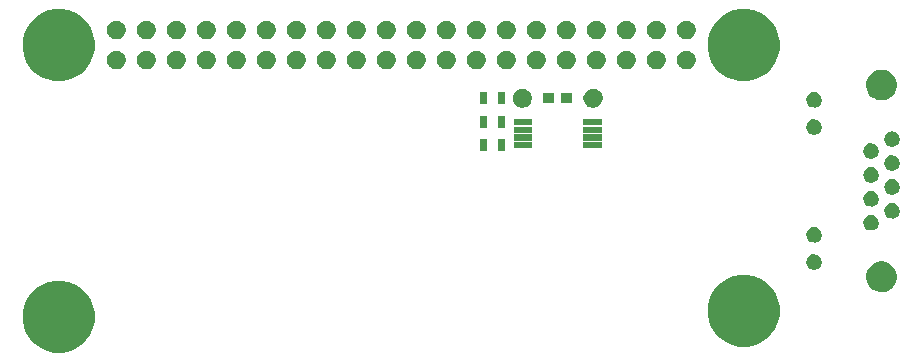
<source format=gbs>
G04 #@! TF.FileFunction,Soldermask,Bot*
%FSLAX46Y46*%
G04 Gerber Fmt 4.6, Leading zero omitted, Abs format (unit mm)*
G04 Created by KiCad (PCBNEW 4.0.2-stable) date Sunday, October 09, 2016 'PMt' 11:06:17 PM*
%MOMM*%
G01*
G04 APERTURE LIST*
%ADD10C,0.100000*%
G04 APERTURE END LIST*
D10*
G36*
X3820457Y-23451030D02*
X4406573Y-23571342D01*
X4958152Y-23803205D01*
X5454195Y-24137790D01*
X5875796Y-24562345D01*
X6206909Y-25060710D01*
X6434916Y-25613896D01*
X6551080Y-26200570D01*
X6551080Y-26200581D01*
X6551130Y-26200834D01*
X6541588Y-26884242D01*
X6541530Y-26884497D01*
X6541530Y-26884507D01*
X6409031Y-27467703D01*
X6165666Y-28014310D01*
X5820769Y-28503234D01*
X5387474Y-28915855D01*
X4882282Y-29236459D01*
X4324445Y-29452829D01*
X3735205Y-29556728D01*
X3136999Y-29544198D01*
X2552626Y-29415714D01*
X2004336Y-29176173D01*
X1513019Y-28834699D01*
X1097382Y-28404294D01*
X773257Y-27901352D01*
X552999Y-27345043D01*
X444988Y-26756533D01*
X453341Y-26158265D01*
X577742Y-25573005D01*
X813452Y-25023055D01*
X1151489Y-24529364D01*
X1578981Y-24110732D01*
X2079640Y-23783110D01*
X2634409Y-23558969D01*
X3222142Y-23446853D01*
X3820457Y-23451030D01*
X3820457Y-23451030D01*
G37*
G36*
X61820457Y-22951030D02*
X62406573Y-23071342D01*
X62958152Y-23303205D01*
X63454195Y-23637790D01*
X63875796Y-24062345D01*
X64206909Y-24560710D01*
X64434916Y-25113896D01*
X64551080Y-25700570D01*
X64551080Y-25700581D01*
X64551130Y-25700834D01*
X64541588Y-26384242D01*
X64541530Y-26384497D01*
X64541530Y-26384507D01*
X64409031Y-26967703D01*
X64165666Y-27514310D01*
X63820769Y-28003234D01*
X63387474Y-28415855D01*
X62882282Y-28736459D01*
X62324445Y-28952829D01*
X61735205Y-29056728D01*
X61136999Y-29044198D01*
X60552626Y-28915714D01*
X60004336Y-28676173D01*
X59513019Y-28334699D01*
X59097382Y-27904294D01*
X58773257Y-27401352D01*
X58552999Y-26845043D01*
X58444988Y-26256533D01*
X58453341Y-25658265D01*
X58577742Y-25073005D01*
X58813452Y-24523055D01*
X59151489Y-24029364D01*
X59578981Y-23610732D01*
X60079640Y-23283110D01*
X60634409Y-23058969D01*
X61222142Y-22946853D01*
X61820457Y-22951030D01*
X61820457Y-22951030D01*
G37*
G36*
X73303495Y-21820565D02*
X73553363Y-21871855D01*
X73788509Y-21970701D01*
X73999981Y-22113340D01*
X74179711Y-22294330D01*
X74320871Y-22506793D01*
X74418073Y-22742621D01*
X74467565Y-22992578D01*
X74467565Y-22992589D01*
X74467615Y-22992842D01*
X74463547Y-23284187D01*
X74463490Y-23284437D01*
X74463490Y-23284452D01*
X74407038Y-23532923D01*
X74303288Y-23765951D01*
X74156254Y-23974385D01*
X73971535Y-24150291D01*
X73756164Y-24286969D01*
X73518353Y-24379209D01*
X73267152Y-24423503D01*
X73012127Y-24418161D01*
X72763003Y-24363388D01*
X72529256Y-24261266D01*
X72319805Y-24115694D01*
X72142613Y-23932206D01*
X72004433Y-23717793D01*
X71910534Y-23480630D01*
X71864488Y-23229746D01*
X71868049Y-22974696D01*
X71921083Y-22725190D01*
X72021570Y-22490738D01*
X72165680Y-22280271D01*
X72347925Y-22101803D01*
X72561360Y-21962135D01*
X72797868Y-21866580D01*
X73048425Y-21818783D01*
X73303495Y-21820565D01*
X73303495Y-21820565D01*
G37*
G36*
X67525276Y-21210532D02*
X67650233Y-21236182D01*
X67767823Y-21285612D01*
X67873575Y-21356943D01*
X67963453Y-21447451D01*
X68034044Y-21553699D01*
X68082652Y-21671631D01*
X68107376Y-21796497D01*
X68107428Y-21796761D01*
X68105393Y-21942456D01*
X68105335Y-21942711D01*
X68105335Y-21942721D01*
X68077135Y-22066842D01*
X68025251Y-22183376D01*
X67951722Y-22287608D01*
X67859350Y-22375575D01*
X67751645Y-22443926D01*
X67632726Y-22490051D01*
X67507105Y-22512202D01*
X67379570Y-22509530D01*
X67254991Y-22482140D01*
X67138097Y-22431070D01*
X67033355Y-22358272D01*
X66944750Y-22266519D01*
X66875646Y-22159292D01*
X66828691Y-22040697D01*
X66805664Y-21915227D01*
X66807444Y-21787688D01*
X66833966Y-21662914D01*
X66884218Y-21545670D01*
X66956283Y-21440420D01*
X67047420Y-21351172D01*
X67154152Y-21281329D01*
X67272427Y-21233543D01*
X67397724Y-21209641D01*
X67525276Y-21210532D01*
X67525276Y-21210532D01*
G37*
G36*
X67525276Y-18919452D02*
X67650233Y-18945102D01*
X67767823Y-18994532D01*
X67873575Y-19065863D01*
X67963453Y-19156371D01*
X68034044Y-19262619D01*
X68082652Y-19380551D01*
X68107376Y-19505417D01*
X68107428Y-19505681D01*
X68105393Y-19651376D01*
X68105335Y-19651631D01*
X68105335Y-19651641D01*
X68077135Y-19775762D01*
X68025251Y-19892296D01*
X67951722Y-19996528D01*
X67859350Y-20084495D01*
X67751645Y-20152846D01*
X67632726Y-20198971D01*
X67507105Y-20221122D01*
X67379570Y-20218450D01*
X67254991Y-20191060D01*
X67138097Y-20139990D01*
X67033355Y-20067192D01*
X66944750Y-19975439D01*
X66875646Y-19868212D01*
X66828691Y-19749617D01*
X66805664Y-19624147D01*
X66807444Y-19496608D01*
X66833966Y-19371834D01*
X66884218Y-19254590D01*
X66956283Y-19149340D01*
X67047420Y-19060092D01*
X67154152Y-18990249D01*
X67272427Y-18942463D01*
X67397724Y-18918561D01*
X67525276Y-18919452D01*
X67525276Y-18919452D01*
G37*
G36*
X72343656Y-17900912D02*
X72468613Y-17926562D01*
X72586203Y-17975992D01*
X72691955Y-18047323D01*
X72781833Y-18137831D01*
X72852424Y-18244079D01*
X72901032Y-18362011D01*
X72925756Y-18486877D01*
X72925808Y-18487141D01*
X72923773Y-18632836D01*
X72923715Y-18633091D01*
X72923715Y-18633101D01*
X72895515Y-18757222D01*
X72843631Y-18873756D01*
X72770102Y-18977988D01*
X72677730Y-19065955D01*
X72570025Y-19134306D01*
X72451106Y-19180431D01*
X72325485Y-19202582D01*
X72197950Y-19199910D01*
X72073371Y-19172520D01*
X71956477Y-19121450D01*
X71851735Y-19048652D01*
X71763130Y-18956899D01*
X71694026Y-18849672D01*
X71647071Y-18731077D01*
X71624044Y-18605607D01*
X71625824Y-18478068D01*
X71652346Y-18353294D01*
X71702598Y-18236050D01*
X71774663Y-18130800D01*
X71865800Y-18041552D01*
X71972532Y-17971709D01*
X72090807Y-17923923D01*
X72216104Y-17900021D01*
X72343656Y-17900912D01*
X72343656Y-17900912D01*
G37*
G36*
X74124196Y-16887452D02*
X74249153Y-16913102D01*
X74366743Y-16962532D01*
X74472495Y-17033863D01*
X74562373Y-17124371D01*
X74632964Y-17230619D01*
X74681572Y-17348551D01*
X74706296Y-17473417D01*
X74706348Y-17473681D01*
X74704313Y-17619376D01*
X74704255Y-17619631D01*
X74704255Y-17619641D01*
X74676055Y-17743762D01*
X74624171Y-17860296D01*
X74550642Y-17964528D01*
X74458270Y-18052495D01*
X74350565Y-18120846D01*
X74231646Y-18166971D01*
X74106025Y-18189122D01*
X73978490Y-18186450D01*
X73853911Y-18159060D01*
X73737017Y-18107990D01*
X73632275Y-18035192D01*
X73543670Y-17943439D01*
X73474566Y-17836212D01*
X73427611Y-17717617D01*
X73404584Y-17592147D01*
X73406364Y-17464608D01*
X73432886Y-17339834D01*
X73483138Y-17222590D01*
X73555203Y-17117340D01*
X73646340Y-17028092D01*
X73753072Y-16958249D01*
X73871347Y-16910463D01*
X73996644Y-16886561D01*
X74124196Y-16887452D01*
X74124196Y-16887452D01*
G37*
G36*
X72343656Y-15871452D02*
X72468613Y-15897102D01*
X72586203Y-15946532D01*
X72691955Y-16017863D01*
X72781833Y-16108371D01*
X72852424Y-16214619D01*
X72901032Y-16332551D01*
X72925756Y-16457417D01*
X72925808Y-16457681D01*
X72923773Y-16603376D01*
X72923715Y-16603631D01*
X72923715Y-16603641D01*
X72895515Y-16727762D01*
X72843631Y-16844296D01*
X72770102Y-16948528D01*
X72677730Y-17036495D01*
X72570025Y-17104846D01*
X72451106Y-17150971D01*
X72325485Y-17173122D01*
X72197950Y-17170450D01*
X72073371Y-17143060D01*
X71956477Y-17091990D01*
X71851735Y-17019192D01*
X71763130Y-16927439D01*
X71694026Y-16820212D01*
X71647071Y-16701617D01*
X71624044Y-16576147D01*
X71625824Y-16448608D01*
X71652346Y-16323834D01*
X71702598Y-16206590D01*
X71774663Y-16101340D01*
X71865800Y-16012092D01*
X71972532Y-15942249D01*
X72090807Y-15894463D01*
X72216104Y-15870561D01*
X72343656Y-15871452D01*
X72343656Y-15871452D01*
G37*
G36*
X74124196Y-14857992D02*
X74249153Y-14883642D01*
X74366743Y-14933072D01*
X74472495Y-15004403D01*
X74562373Y-15094911D01*
X74632964Y-15201159D01*
X74681572Y-15319091D01*
X74706296Y-15443957D01*
X74706348Y-15444221D01*
X74704313Y-15589916D01*
X74704255Y-15590171D01*
X74704255Y-15590181D01*
X74676055Y-15714302D01*
X74624171Y-15830836D01*
X74550642Y-15935068D01*
X74458270Y-16023035D01*
X74350565Y-16091386D01*
X74231646Y-16137511D01*
X74106025Y-16159662D01*
X73978490Y-16156990D01*
X73853911Y-16129600D01*
X73737017Y-16078530D01*
X73632275Y-16005732D01*
X73543670Y-15913979D01*
X73474566Y-15806752D01*
X73427611Y-15688157D01*
X73404584Y-15562687D01*
X73406364Y-15435148D01*
X73432886Y-15310374D01*
X73483138Y-15193130D01*
X73555203Y-15087880D01*
X73646340Y-14998632D01*
X73753072Y-14928789D01*
X73871347Y-14881003D01*
X73996644Y-14857101D01*
X74124196Y-14857992D01*
X74124196Y-14857992D01*
G37*
G36*
X72343656Y-13841992D02*
X72468613Y-13867642D01*
X72586203Y-13917072D01*
X72691955Y-13988403D01*
X72781833Y-14078911D01*
X72852424Y-14185159D01*
X72901032Y-14303091D01*
X72925756Y-14427957D01*
X72925808Y-14428221D01*
X72923773Y-14573916D01*
X72923715Y-14574171D01*
X72923715Y-14574181D01*
X72895515Y-14698302D01*
X72843631Y-14814836D01*
X72770102Y-14919068D01*
X72677730Y-15007035D01*
X72570025Y-15075386D01*
X72451106Y-15121511D01*
X72325485Y-15143662D01*
X72197950Y-15140990D01*
X72073371Y-15113600D01*
X71956477Y-15062530D01*
X71851735Y-14989732D01*
X71763130Y-14897979D01*
X71694026Y-14790752D01*
X71647071Y-14672157D01*
X71624044Y-14546687D01*
X71625824Y-14419148D01*
X71652346Y-14294374D01*
X71702598Y-14177130D01*
X71774663Y-14071880D01*
X71865800Y-13982632D01*
X71972532Y-13912789D01*
X72090807Y-13865003D01*
X72216104Y-13841101D01*
X72343656Y-13841992D01*
X72343656Y-13841992D01*
G37*
G36*
X74124196Y-12828532D02*
X74249153Y-12854182D01*
X74366743Y-12903612D01*
X74472495Y-12974943D01*
X74562373Y-13065451D01*
X74632964Y-13171699D01*
X74681572Y-13289631D01*
X74706296Y-13414497D01*
X74706348Y-13414761D01*
X74704313Y-13560456D01*
X74704255Y-13560711D01*
X74704255Y-13560721D01*
X74676055Y-13684842D01*
X74624171Y-13801376D01*
X74550642Y-13905608D01*
X74458270Y-13993575D01*
X74350565Y-14061926D01*
X74231646Y-14108051D01*
X74106025Y-14130202D01*
X73978490Y-14127530D01*
X73853911Y-14100140D01*
X73737017Y-14049070D01*
X73632275Y-13976272D01*
X73543670Y-13884519D01*
X73474566Y-13777292D01*
X73427611Y-13658697D01*
X73404584Y-13533227D01*
X73406364Y-13405688D01*
X73432886Y-13280914D01*
X73483138Y-13163670D01*
X73555203Y-13058420D01*
X73646340Y-12969172D01*
X73753072Y-12899329D01*
X73871347Y-12851543D01*
X73996644Y-12827641D01*
X74124196Y-12828532D01*
X74124196Y-12828532D01*
G37*
G36*
X72343656Y-11812532D02*
X72468613Y-11838182D01*
X72586203Y-11887612D01*
X72691955Y-11958943D01*
X72781833Y-12049451D01*
X72852424Y-12155699D01*
X72901032Y-12273631D01*
X72925756Y-12398497D01*
X72925808Y-12398761D01*
X72923773Y-12544456D01*
X72923715Y-12544711D01*
X72923715Y-12544721D01*
X72895515Y-12668842D01*
X72843631Y-12785376D01*
X72770102Y-12889608D01*
X72677730Y-12977575D01*
X72570025Y-13045926D01*
X72451106Y-13092051D01*
X72325485Y-13114202D01*
X72197950Y-13111530D01*
X72073371Y-13084140D01*
X71956477Y-13033070D01*
X71851735Y-12960272D01*
X71763130Y-12868519D01*
X71694026Y-12761292D01*
X71647071Y-12642697D01*
X71624044Y-12517227D01*
X71625824Y-12389688D01*
X71652346Y-12264914D01*
X71702598Y-12147670D01*
X71774663Y-12042420D01*
X71865800Y-11953172D01*
X71972532Y-11883329D01*
X72090807Y-11835543D01*
X72216104Y-11811641D01*
X72343656Y-11812532D01*
X72343656Y-11812532D01*
G37*
G36*
X39801000Y-12501000D02*
X39199000Y-12501000D01*
X39199000Y-11499000D01*
X39801000Y-11499000D01*
X39801000Y-12501000D01*
X39801000Y-12501000D01*
G37*
G36*
X41301000Y-12501000D02*
X40699000Y-12501000D01*
X40699000Y-11499000D01*
X41301000Y-11499000D01*
X41301000Y-12501000D01*
X41301000Y-12501000D01*
G37*
G36*
X43576000Y-12251000D02*
X42024000Y-12251000D01*
X42024000Y-11699000D01*
X43576000Y-11699000D01*
X43576000Y-12251000D01*
X43576000Y-12251000D01*
G37*
G36*
X49476000Y-12251000D02*
X47924000Y-12251000D01*
X47924000Y-11699000D01*
X49476000Y-11699000D01*
X49476000Y-12251000D01*
X49476000Y-12251000D01*
G37*
G36*
X74124196Y-10799072D02*
X74249153Y-10824722D01*
X74366743Y-10874152D01*
X74472495Y-10945483D01*
X74562373Y-11035991D01*
X74632964Y-11142239D01*
X74681572Y-11260171D01*
X74706296Y-11385037D01*
X74706348Y-11385301D01*
X74704313Y-11530996D01*
X74704255Y-11531251D01*
X74704255Y-11531261D01*
X74676055Y-11655382D01*
X74624171Y-11771916D01*
X74550642Y-11876148D01*
X74458270Y-11964115D01*
X74350565Y-12032466D01*
X74231646Y-12078591D01*
X74106025Y-12100742D01*
X73978490Y-12098070D01*
X73853911Y-12070680D01*
X73737017Y-12019610D01*
X73632275Y-11946812D01*
X73543670Y-11855059D01*
X73474566Y-11747832D01*
X73427611Y-11629237D01*
X73404584Y-11503767D01*
X73406364Y-11376228D01*
X73432886Y-11251454D01*
X73483138Y-11134210D01*
X73555203Y-11028960D01*
X73646340Y-10939712D01*
X73753072Y-10869869D01*
X73871347Y-10822083D01*
X73996644Y-10798181D01*
X74124196Y-10799072D01*
X74124196Y-10799072D01*
G37*
G36*
X43576000Y-11601000D02*
X42024000Y-11601000D01*
X42024000Y-11049000D01*
X43576000Y-11049000D01*
X43576000Y-11601000D01*
X43576000Y-11601000D01*
G37*
G36*
X49476000Y-11601000D02*
X47924000Y-11601000D01*
X47924000Y-11049000D01*
X49476000Y-11049000D01*
X49476000Y-11601000D01*
X49476000Y-11601000D01*
G37*
G36*
X67525276Y-9780532D02*
X67650233Y-9806182D01*
X67767823Y-9855612D01*
X67873575Y-9926943D01*
X67963453Y-10017451D01*
X68034044Y-10123699D01*
X68082652Y-10241631D01*
X68107376Y-10366497D01*
X68107428Y-10366761D01*
X68105393Y-10512456D01*
X68105335Y-10512711D01*
X68105335Y-10512721D01*
X68077135Y-10636842D01*
X68025251Y-10753376D01*
X67951722Y-10857608D01*
X67859350Y-10945575D01*
X67751645Y-11013926D01*
X67632726Y-11060051D01*
X67507105Y-11082202D01*
X67379570Y-11079530D01*
X67254991Y-11052140D01*
X67138097Y-11001070D01*
X67033355Y-10928272D01*
X66944750Y-10836519D01*
X66875646Y-10729292D01*
X66828691Y-10610697D01*
X66805664Y-10485227D01*
X66807444Y-10357688D01*
X66833966Y-10232914D01*
X66884218Y-10115670D01*
X66956283Y-10010420D01*
X67047420Y-9921172D01*
X67154152Y-9851329D01*
X67272427Y-9803543D01*
X67397724Y-9779641D01*
X67525276Y-9780532D01*
X67525276Y-9780532D01*
G37*
G36*
X49476000Y-10951000D02*
X47924000Y-10951000D01*
X47924000Y-10399000D01*
X49476000Y-10399000D01*
X49476000Y-10951000D01*
X49476000Y-10951000D01*
G37*
G36*
X43576000Y-10951000D02*
X42024000Y-10951000D01*
X42024000Y-10399000D01*
X43576000Y-10399000D01*
X43576000Y-10951000D01*
X43576000Y-10951000D01*
G37*
G36*
X41301000Y-10501000D02*
X40699000Y-10501000D01*
X40699000Y-9499000D01*
X41301000Y-9499000D01*
X41301000Y-10501000D01*
X41301000Y-10501000D01*
G37*
G36*
X39801000Y-10501000D02*
X39199000Y-10501000D01*
X39199000Y-9499000D01*
X39801000Y-9499000D01*
X39801000Y-10501000D01*
X39801000Y-10501000D01*
G37*
G36*
X43576000Y-10301000D02*
X42024000Y-10301000D01*
X42024000Y-9749000D01*
X43576000Y-9749000D01*
X43576000Y-10301000D01*
X43576000Y-10301000D01*
G37*
G36*
X49476000Y-10301000D02*
X47924000Y-10301000D01*
X47924000Y-9749000D01*
X49476000Y-9749000D01*
X49476000Y-10301000D01*
X49476000Y-10301000D01*
G37*
G36*
X42835391Y-7187540D02*
X42991576Y-7219600D01*
X43138555Y-7281384D01*
X43270734Y-7370540D01*
X43383080Y-7483674D01*
X43471311Y-7616472D01*
X43532068Y-7763878D01*
X43562983Y-7920017D01*
X43563035Y-7920281D01*
X43560492Y-8102389D01*
X43560434Y-8102644D01*
X43560434Y-8102654D01*
X43525171Y-8257863D01*
X43460320Y-8403520D01*
X43368416Y-8533803D01*
X43252956Y-8643754D01*
X43118336Y-8729186D01*
X42969690Y-8786841D01*
X42812677Y-8814527D01*
X42653269Y-8811188D01*
X42497552Y-8776951D01*
X42351452Y-8713122D01*
X42220528Y-8622127D01*
X42109774Y-8507438D01*
X42023403Y-8373417D01*
X41964712Y-8225182D01*
X41935930Y-8068355D01*
X41938155Y-7908940D01*
X41971305Y-7752983D01*
X42034115Y-7606437D01*
X42124192Y-7474883D01*
X42238106Y-7363330D01*
X42371514Y-7276030D01*
X42519347Y-7216302D01*
X42675959Y-7186426D01*
X42835391Y-7187540D01*
X42835391Y-7187540D01*
G37*
G36*
X48835391Y-7187540D02*
X48991576Y-7219600D01*
X49138555Y-7281384D01*
X49270734Y-7370540D01*
X49383080Y-7483674D01*
X49471311Y-7616472D01*
X49532068Y-7763878D01*
X49562983Y-7920017D01*
X49563035Y-7920281D01*
X49560492Y-8102389D01*
X49560434Y-8102644D01*
X49560434Y-8102654D01*
X49525171Y-8257863D01*
X49460320Y-8403520D01*
X49368416Y-8533803D01*
X49252956Y-8643754D01*
X49118336Y-8729186D01*
X48969690Y-8786841D01*
X48812677Y-8814527D01*
X48653269Y-8811188D01*
X48497552Y-8776951D01*
X48351452Y-8713122D01*
X48220528Y-8622127D01*
X48109774Y-8507438D01*
X48023403Y-8373417D01*
X47964712Y-8225182D01*
X47935930Y-8068355D01*
X47938155Y-7908940D01*
X47971305Y-7752983D01*
X48034115Y-7606437D01*
X48124192Y-7474883D01*
X48238106Y-7363330D01*
X48371514Y-7276030D01*
X48519347Y-7216302D01*
X48675959Y-7186426D01*
X48835391Y-7187540D01*
X48835391Y-7187540D01*
G37*
G36*
X67525276Y-7489452D02*
X67650233Y-7515102D01*
X67767823Y-7564532D01*
X67873575Y-7635863D01*
X67963453Y-7726371D01*
X68034044Y-7832619D01*
X68082652Y-7950551D01*
X68105978Y-8068359D01*
X68107428Y-8075681D01*
X68105393Y-8221376D01*
X68105335Y-8221631D01*
X68105335Y-8221641D01*
X68077135Y-8345762D01*
X68025251Y-8462296D01*
X67951722Y-8566528D01*
X67859350Y-8654495D01*
X67751645Y-8722846D01*
X67632726Y-8768971D01*
X67507105Y-8791122D01*
X67379570Y-8788450D01*
X67254991Y-8761060D01*
X67138097Y-8709990D01*
X67033355Y-8637192D01*
X66944750Y-8545439D01*
X66875646Y-8438212D01*
X66828691Y-8319617D01*
X66805664Y-8194147D01*
X66807444Y-8066608D01*
X66833966Y-7941834D01*
X66884218Y-7824590D01*
X66956283Y-7719340D01*
X67047420Y-7630092D01*
X67154152Y-7560249D01*
X67272427Y-7512463D01*
X67397724Y-7488561D01*
X67525276Y-7489452D01*
X67525276Y-7489452D01*
G37*
G36*
X39801000Y-8501000D02*
X39199000Y-8501000D01*
X39199000Y-7499000D01*
X39801000Y-7499000D01*
X39801000Y-8501000D01*
X39801000Y-8501000D01*
G37*
G36*
X41301000Y-8501000D02*
X40699000Y-8501000D01*
X40699000Y-7499000D01*
X41301000Y-7499000D01*
X41301000Y-8501000D01*
X41301000Y-8501000D01*
G37*
G36*
X46951000Y-8426000D02*
X46049000Y-8426000D01*
X46049000Y-7574000D01*
X46951000Y-7574000D01*
X46951000Y-8426000D01*
X46951000Y-8426000D01*
G37*
G36*
X45451000Y-8426000D02*
X44549000Y-8426000D01*
X44549000Y-7574000D01*
X45451000Y-7574000D01*
X45451000Y-8426000D01*
X45451000Y-8426000D01*
G37*
G36*
X73303495Y-5579805D02*
X73553363Y-5631095D01*
X73788509Y-5729941D01*
X73999981Y-5872580D01*
X74179711Y-6053570D01*
X74320871Y-6266033D01*
X74418073Y-6501861D01*
X74467565Y-6751818D01*
X74467565Y-6751829D01*
X74467615Y-6752082D01*
X74463547Y-7043427D01*
X74463490Y-7043677D01*
X74463490Y-7043692D01*
X74407038Y-7292163D01*
X74303288Y-7525191D01*
X74156254Y-7733625D01*
X73971535Y-7909531D01*
X73756164Y-8046209D01*
X73518353Y-8138449D01*
X73267152Y-8182743D01*
X73012127Y-8177401D01*
X72763003Y-8122628D01*
X72529256Y-8020506D01*
X72319805Y-7874934D01*
X72142613Y-7691446D01*
X72004433Y-7477033D01*
X71910534Y-7239870D01*
X71864488Y-6988986D01*
X71868049Y-6733936D01*
X71921083Y-6484430D01*
X72021570Y-6249978D01*
X72165680Y-6039511D01*
X72347925Y-5861043D01*
X72561360Y-5721375D01*
X72797868Y-5625820D01*
X73048425Y-5578023D01*
X73303495Y-5579805D01*
X73303495Y-5579805D01*
G37*
G36*
X3820457Y-451030D02*
X4406573Y-571342D01*
X4958152Y-803205D01*
X5454195Y-1137790D01*
X5875796Y-1562345D01*
X6206909Y-2060710D01*
X6434916Y-2613896D01*
X6551080Y-3200570D01*
X6551080Y-3200581D01*
X6551130Y-3200834D01*
X6541588Y-3884242D01*
X6541530Y-3884497D01*
X6541530Y-3884507D01*
X6409031Y-4467703D01*
X6165666Y-5014310D01*
X5820769Y-5503234D01*
X5387474Y-5915855D01*
X4882282Y-6236459D01*
X4324445Y-6452829D01*
X3735205Y-6556728D01*
X3136999Y-6544198D01*
X2552626Y-6415714D01*
X2004336Y-6176173D01*
X1513019Y-5834699D01*
X1097382Y-5404294D01*
X773257Y-4901352D01*
X552999Y-4345043D01*
X444988Y-3756533D01*
X453341Y-3158265D01*
X577742Y-2573005D01*
X813452Y-2023055D01*
X1151489Y-1529364D01*
X1578981Y-1110732D01*
X2079640Y-783110D01*
X2634409Y-558969D01*
X3222142Y-446853D01*
X3820457Y-451030D01*
X3820457Y-451030D01*
G37*
G36*
X61820457Y-451030D02*
X62406573Y-571342D01*
X62958152Y-803205D01*
X63454195Y-1137790D01*
X63875796Y-1562345D01*
X64206909Y-2060710D01*
X64434916Y-2613896D01*
X64551080Y-3200570D01*
X64551080Y-3200581D01*
X64551130Y-3200834D01*
X64541588Y-3884242D01*
X64541530Y-3884497D01*
X64541530Y-3884507D01*
X64409031Y-4467703D01*
X64165666Y-5014310D01*
X63820769Y-5503234D01*
X63387474Y-5915855D01*
X62882282Y-6236459D01*
X62324445Y-6452829D01*
X61735205Y-6556728D01*
X61136999Y-6544198D01*
X60552626Y-6415714D01*
X60004336Y-6176173D01*
X59513019Y-5834699D01*
X59097382Y-5404294D01*
X58773257Y-4901352D01*
X58552999Y-4345043D01*
X58444988Y-3756533D01*
X58453341Y-3158265D01*
X58577742Y-2573005D01*
X58813452Y-2023055D01*
X59151489Y-1529364D01*
X59578981Y-1110732D01*
X60079640Y-783110D01*
X60634409Y-558969D01*
X61222142Y-446853D01*
X61820457Y-451030D01*
X61820457Y-451030D01*
G37*
G36*
X33854131Y-3969532D02*
X34008009Y-4001118D01*
X34152820Y-4061991D01*
X34283048Y-4149831D01*
X34393735Y-4261294D01*
X34480665Y-4392134D01*
X34540524Y-4537364D01*
X34570983Y-4691194D01*
X34571035Y-4691458D01*
X34568529Y-4870878D01*
X34568470Y-4871137D01*
X34568470Y-4871143D01*
X34533729Y-5024061D01*
X34469839Y-5167560D01*
X34379288Y-5295924D01*
X34265533Y-5404252D01*
X34132899Y-5488423D01*
X33986449Y-5545227D01*
X33831751Y-5572505D01*
X33674697Y-5569215D01*
X33521278Y-5535483D01*
X33377334Y-5472596D01*
X33248343Y-5382945D01*
X33139224Y-5269949D01*
X33054127Y-5137905D01*
X32996301Y-4991853D01*
X32967945Y-4837351D01*
X32970138Y-4680284D01*
X33002799Y-4526629D01*
X33064682Y-4382246D01*
X33153429Y-4252634D01*
X33265662Y-4142727D01*
X33397100Y-4056716D01*
X33542751Y-3997869D01*
X33697052Y-3968435D01*
X33854131Y-3969532D01*
X33854131Y-3969532D01*
G37*
G36*
X36394131Y-3969532D02*
X36548009Y-4001118D01*
X36692820Y-4061991D01*
X36823048Y-4149831D01*
X36933735Y-4261294D01*
X37020665Y-4392134D01*
X37080524Y-4537364D01*
X37110983Y-4691194D01*
X37111035Y-4691458D01*
X37108529Y-4870878D01*
X37108470Y-4871137D01*
X37108470Y-4871143D01*
X37073729Y-5024061D01*
X37009839Y-5167560D01*
X36919288Y-5295924D01*
X36805533Y-5404252D01*
X36672899Y-5488423D01*
X36526449Y-5545227D01*
X36371751Y-5572505D01*
X36214697Y-5569215D01*
X36061278Y-5535483D01*
X35917334Y-5472596D01*
X35788343Y-5382945D01*
X35679224Y-5269949D01*
X35594127Y-5137905D01*
X35536301Y-4991853D01*
X35507945Y-4837351D01*
X35510138Y-4680284D01*
X35542799Y-4526629D01*
X35604682Y-4382246D01*
X35693429Y-4252634D01*
X35805662Y-4142727D01*
X35937100Y-4056716D01*
X36082751Y-3997869D01*
X36237052Y-3968435D01*
X36394131Y-3969532D01*
X36394131Y-3969532D01*
G37*
G36*
X38934131Y-3969532D02*
X39088009Y-4001118D01*
X39232820Y-4061991D01*
X39363048Y-4149831D01*
X39473735Y-4261294D01*
X39560665Y-4392134D01*
X39620524Y-4537364D01*
X39650983Y-4691194D01*
X39651035Y-4691458D01*
X39648529Y-4870878D01*
X39648470Y-4871137D01*
X39648470Y-4871143D01*
X39613729Y-5024061D01*
X39549839Y-5167560D01*
X39459288Y-5295924D01*
X39345533Y-5404252D01*
X39212899Y-5488423D01*
X39066449Y-5545227D01*
X38911751Y-5572505D01*
X38754697Y-5569215D01*
X38601278Y-5535483D01*
X38457334Y-5472596D01*
X38328343Y-5382945D01*
X38219224Y-5269949D01*
X38134127Y-5137905D01*
X38076301Y-4991853D01*
X38047945Y-4837351D01*
X38050138Y-4680284D01*
X38082799Y-4526629D01*
X38144682Y-4382246D01*
X38233429Y-4252634D01*
X38345662Y-4142727D01*
X38477100Y-4056716D01*
X38622751Y-3997869D01*
X38777052Y-3968435D01*
X38934131Y-3969532D01*
X38934131Y-3969532D01*
G37*
G36*
X8454131Y-3969532D02*
X8608009Y-4001118D01*
X8752820Y-4061991D01*
X8883048Y-4149831D01*
X8993735Y-4261294D01*
X9080665Y-4392134D01*
X9140524Y-4537364D01*
X9170983Y-4691194D01*
X9171035Y-4691458D01*
X9168529Y-4870878D01*
X9168470Y-4871137D01*
X9168470Y-4871143D01*
X9133729Y-5024061D01*
X9069839Y-5167560D01*
X8979288Y-5295924D01*
X8865533Y-5404252D01*
X8732899Y-5488423D01*
X8586449Y-5545227D01*
X8431751Y-5572505D01*
X8274697Y-5569215D01*
X8121278Y-5535483D01*
X7977334Y-5472596D01*
X7848343Y-5382945D01*
X7739224Y-5269949D01*
X7654127Y-5137905D01*
X7596301Y-4991853D01*
X7567945Y-4837351D01*
X7570138Y-4680284D01*
X7602799Y-4526629D01*
X7664682Y-4382246D01*
X7753429Y-4252634D01*
X7865662Y-4142727D01*
X7997100Y-4056716D01*
X8142751Y-3997869D01*
X8297052Y-3968435D01*
X8454131Y-3969532D01*
X8454131Y-3969532D01*
G37*
G36*
X10994131Y-3969532D02*
X11148009Y-4001118D01*
X11292820Y-4061991D01*
X11423048Y-4149831D01*
X11533735Y-4261294D01*
X11620665Y-4392134D01*
X11680524Y-4537364D01*
X11710983Y-4691194D01*
X11711035Y-4691458D01*
X11708529Y-4870878D01*
X11708470Y-4871137D01*
X11708470Y-4871143D01*
X11673729Y-5024061D01*
X11609839Y-5167560D01*
X11519288Y-5295924D01*
X11405533Y-5404252D01*
X11272899Y-5488423D01*
X11126449Y-5545227D01*
X10971751Y-5572505D01*
X10814697Y-5569215D01*
X10661278Y-5535483D01*
X10517334Y-5472596D01*
X10388343Y-5382945D01*
X10279224Y-5269949D01*
X10194127Y-5137905D01*
X10136301Y-4991853D01*
X10107945Y-4837351D01*
X10110138Y-4680284D01*
X10142799Y-4526629D01*
X10204682Y-4382246D01*
X10293429Y-4252634D01*
X10405662Y-4142727D01*
X10537100Y-4056716D01*
X10682751Y-3997869D01*
X10837052Y-3968435D01*
X10994131Y-3969532D01*
X10994131Y-3969532D01*
G37*
G36*
X13534131Y-3969532D02*
X13688009Y-4001118D01*
X13832820Y-4061991D01*
X13963048Y-4149831D01*
X14073735Y-4261294D01*
X14160665Y-4392134D01*
X14220524Y-4537364D01*
X14250983Y-4691194D01*
X14251035Y-4691458D01*
X14248529Y-4870878D01*
X14248470Y-4871137D01*
X14248470Y-4871143D01*
X14213729Y-5024061D01*
X14149839Y-5167560D01*
X14059288Y-5295924D01*
X13945533Y-5404252D01*
X13812899Y-5488423D01*
X13666449Y-5545227D01*
X13511751Y-5572505D01*
X13354697Y-5569215D01*
X13201278Y-5535483D01*
X13057334Y-5472596D01*
X12928343Y-5382945D01*
X12819224Y-5269949D01*
X12734127Y-5137905D01*
X12676301Y-4991853D01*
X12647945Y-4837351D01*
X12650138Y-4680284D01*
X12682799Y-4526629D01*
X12744682Y-4382246D01*
X12833429Y-4252634D01*
X12945662Y-4142727D01*
X13077100Y-4056716D01*
X13222751Y-3997869D01*
X13377052Y-3968435D01*
X13534131Y-3969532D01*
X13534131Y-3969532D01*
G37*
G36*
X16074131Y-3969532D02*
X16228009Y-4001118D01*
X16372820Y-4061991D01*
X16503048Y-4149831D01*
X16613735Y-4261294D01*
X16700665Y-4392134D01*
X16760524Y-4537364D01*
X16790983Y-4691194D01*
X16791035Y-4691458D01*
X16788529Y-4870878D01*
X16788470Y-4871137D01*
X16788470Y-4871143D01*
X16753729Y-5024061D01*
X16689839Y-5167560D01*
X16599288Y-5295924D01*
X16485533Y-5404252D01*
X16352899Y-5488423D01*
X16206449Y-5545227D01*
X16051751Y-5572505D01*
X15894697Y-5569215D01*
X15741278Y-5535483D01*
X15597334Y-5472596D01*
X15468343Y-5382945D01*
X15359224Y-5269949D01*
X15274127Y-5137905D01*
X15216301Y-4991853D01*
X15187945Y-4837351D01*
X15190138Y-4680284D01*
X15222799Y-4526629D01*
X15284682Y-4382246D01*
X15373429Y-4252634D01*
X15485662Y-4142727D01*
X15617100Y-4056716D01*
X15762751Y-3997869D01*
X15917052Y-3968435D01*
X16074131Y-3969532D01*
X16074131Y-3969532D01*
G37*
G36*
X18614131Y-3969532D02*
X18768009Y-4001118D01*
X18912820Y-4061991D01*
X19043048Y-4149831D01*
X19153735Y-4261294D01*
X19240665Y-4392134D01*
X19300524Y-4537364D01*
X19330983Y-4691194D01*
X19331035Y-4691458D01*
X19328529Y-4870878D01*
X19328470Y-4871137D01*
X19328470Y-4871143D01*
X19293729Y-5024061D01*
X19229839Y-5167560D01*
X19139288Y-5295924D01*
X19025533Y-5404252D01*
X18892899Y-5488423D01*
X18746449Y-5545227D01*
X18591751Y-5572505D01*
X18434697Y-5569215D01*
X18281278Y-5535483D01*
X18137334Y-5472596D01*
X18008343Y-5382945D01*
X17899224Y-5269949D01*
X17814127Y-5137905D01*
X17756301Y-4991853D01*
X17727945Y-4837351D01*
X17730138Y-4680284D01*
X17762799Y-4526629D01*
X17824682Y-4382246D01*
X17913429Y-4252634D01*
X18025662Y-4142727D01*
X18157100Y-4056716D01*
X18302751Y-3997869D01*
X18457052Y-3968435D01*
X18614131Y-3969532D01*
X18614131Y-3969532D01*
G37*
G36*
X21154131Y-3969532D02*
X21308009Y-4001118D01*
X21452820Y-4061991D01*
X21583048Y-4149831D01*
X21693735Y-4261294D01*
X21780665Y-4392134D01*
X21840524Y-4537364D01*
X21870983Y-4691194D01*
X21871035Y-4691458D01*
X21868529Y-4870878D01*
X21868470Y-4871137D01*
X21868470Y-4871143D01*
X21833729Y-5024061D01*
X21769839Y-5167560D01*
X21679288Y-5295924D01*
X21565533Y-5404252D01*
X21432899Y-5488423D01*
X21286449Y-5545227D01*
X21131751Y-5572505D01*
X20974697Y-5569215D01*
X20821278Y-5535483D01*
X20677334Y-5472596D01*
X20548343Y-5382945D01*
X20439224Y-5269949D01*
X20354127Y-5137905D01*
X20296301Y-4991853D01*
X20267945Y-4837351D01*
X20270138Y-4680284D01*
X20302799Y-4526629D01*
X20364682Y-4382246D01*
X20453429Y-4252634D01*
X20565662Y-4142727D01*
X20697100Y-4056716D01*
X20842751Y-3997869D01*
X20997052Y-3968435D01*
X21154131Y-3969532D01*
X21154131Y-3969532D01*
G37*
G36*
X23694131Y-3969532D02*
X23848009Y-4001118D01*
X23992820Y-4061991D01*
X24123048Y-4149831D01*
X24233735Y-4261294D01*
X24320665Y-4392134D01*
X24380524Y-4537364D01*
X24410983Y-4691194D01*
X24411035Y-4691458D01*
X24408529Y-4870878D01*
X24408470Y-4871137D01*
X24408470Y-4871143D01*
X24373729Y-5024061D01*
X24309839Y-5167560D01*
X24219288Y-5295924D01*
X24105533Y-5404252D01*
X23972899Y-5488423D01*
X23826449Y-5545227D01*
X23671751Y-5572505D01*
X23514697Y-5569215D01*
X23361278Y-5535483D01*
X23217334Y-5472596D01*
X23088343Y-5382945D01*
X22979224Y-5269949D01*
X22894127Y-5137905D01*
X22836301Y-4991853D01*
X22807945Y-4837351D01*
X22810138Y-4680284D01*
X22842799Y-4526629D01*
X22904682Y-4382246D01*
X22993429Y-4252634D01*
X23105662Y-4142727D01*
X23237100Y-4056716D01*
X23382751Y-3997869D01*
X23537052Y-3968435D01*
X23694131Y-3969532D01*
X23694131Y-3969532D01*
G37*
G36*
X26234131Y-3969532D02*
X26388009Y-4001118D01*
X26532820Y-4061991D01*
X26663048Y-4149831D01*
X26773735Y-4261294D01*
X26860665Y-4392134D01*
X26920524Y-4537364D01*
X26950983Y-4691194D01*
X26951035Y-4691458D01*
X26948529Y-4870878D01*
X26948470Y-4871137D01*
X26948470Y-4871143D01*
X26913729Y-5024061D01*
X26849839Y-5167560D01*
X26759288Y-5295924D01*
X26645533Y-5404252D01*
X26512899Y-5488423D01*
X26366449Y-5545227D01*
X26211751Y-5572505D01*
X26054697Y-5569215D01*
X25901278Y-5535483D01*
X25757334Y-5472596D01*
X25628343Y-5382945D01*
X25519224Y-5269949D01*
X25434127Y-5137905D01*
X25376301Y-4991853D01*
X25347945Y-4837351D01*
X25350138Y-4680284D01*
X25382799Y-4526629D01*
X25444682Y-4382246D01*
X25533429Y-4252634D01*
X25645662Y-4142727D01*
X25777100Y-4056716D01*
X25922751Y-3997869D01*
X26077052Y-3968435D01*
X26234131Y-3969532D01*
X26234131Y-3969532D01*
G37*
G36*
X28774131Y-3969532D02*
X28928009Y-4001118D01*
X29072820Y-4061991D01*
X29203048Y-4149831D01*
X29313735Y-4261294D01*
X29400665Y-4392134D01*
X29460524Y-4537364D01*
X29490983Y-4691194D01*
X29491035Y-4691458D01*
X29488529Y-4870878D01*
X29488470Y-4871137D01*
X29488470Y-4871143D01*
X29453729Y-5024061D01*
X29389839Y-5167560D01*
X29299288Y-5295924D01*
X29185533Y-5404252D01*
X29052899Y-5488423D01*
X28906449Y-5545227D01*
X28751751Y-5572505D01*
X28594697Y-5569215D01*
X28441278Y-5535483D01*
X28297334Y-5472596D01*
X28168343Y-5382945D01*
X28059224Y-5269949D01*
X27974127Y-5137905D01*
X27916301Y-4991853D01*
X27887945Y-4837351D01*
X27890138Y-4680284D01*
X27922799Y-4526629D01*
X27984682Y-4382246D01*
X28073429Y-4252634D01*
X28185662Y-4142727D01*
X28317100Y-4056716D01*
X28462751Y-3997869D01*
X28617052Y-3968435D01*
X28774131Y-3969532D01*
X28774131Y-3969532D01*
G37*
G36*
X31314131Y-3969532D02*
X31468009Y-4001118D01*
X31612820Y-4061991D01*
X31743048Y-4149831D01*
X31853735Y-4261294D01*
X31940665Y-4392134D01*
X32000524Y-4537364D01*
X32030983Y-4691194D01*
X32031035Y-4691458D01*
X32028529Y-4870878D01*
X32028470Y-4871137D01*
X32028470Y-4871143D01*
X31993729Y-5024061D01*
X31929839Y-5167560D01*
X31839288Y-5295924D01*
X31725533Y-5404252D01*
X31592899Y-5488423D01*
X31446449Y-5545227D01*
X31291751Y-5572505D01*
X31134697Y-5569215D01*
X30981278Y-5535483D01*
X30837334Y-5472596D01*
X30708343Y-5382945D01*
X30599224Y-5269949D01*
X30514127Y-5137905D01*
X30456301Y-4991853D01*
X30427945Y-4837351D01*
X30430138Y-4680284D01*
X30462799Y-4526629D01*
X30524682Y-4382246D01*
X30613429Y-4252634D01*
X30725662Y-4142727D01*
X30857100Y-4056716D01*
X31002751Y-3997869D01*
X31157052Y-3968435D01*
X31314131Y-3969532D01*
X31314131Y-3969532D01*
G37*
G36*
X41474131Y-3969532D02*
X41628009Y-4001118D01*
X41772820Y-4061991D01*
X41903048Y-4149831D01*
X42013735Y-4261294D01*
X42100665Y-4392134D01*
X42160524Y-4537364D01*
X42190983Y-4691194D01*
X42191035Y-4691458D01*
X42188529Y-4870878D01*
X42188470Y-4871137D01*
X42188470Y-4871143D01*
X42153729Y-5024061D01*
X42089839Y-5167560D01*
X41999288Y-5295924D01*
X41885533Y-5404252D01*
X41752899Y-5488423D01*
X41606449Y-5545227D01*
X41451751Y-5572505D01*
X41294697Y-5569215D01*
X41141278Y-5535483D01*
X40997334Y-5472596D01*
X40868343Y-5382945D01*
X40759224Y-5269949D01*
X40674127Y-5137905D01*
X40616301Y-4991853D01*
X40587945Y-4837351D01*
X40590138Y-4680284D01*
X40622799Y-4526629D01*
X40684682Y-4382246D01*
X40773429Y-4252634D01*
X40885662Y-4142727D01*
X41017100Y-4056716D01*
X41162751Y-3997869D01*
X41317052Y-3968435D01*
X41474131Y-3969532D01*
X41474131Y-3969532D01*
G37*
G36*
X44014131Y-3969532D02*
X44168009Y-4001118D01*
X44312820Y-4061991D01*
X44443048Y-4149831D01*
X44553735Y-4261294D01*
X44640665Y-4392134D01*
X44700524Y-4537364D01*
X44730983Y-4691194D01*
X44731035Y-4691458D01*
X44728529Y-4870878D01*
X44728470Y-4871137D01*
X44728470Y-4871143D01*
X44693729Y-5024061D01*
X44629839Y-5167560D01*
X44539288Y-5295924D01*
X44425533Y-5404252D01*
X44292899Y-5488423D01*
X44146449Y-5545227D01*
X43991751Y-5572505D01*
X43834697Y-5569215D01*
X43681278Y-5535483D01*
X43537334Y-5472596D01*
X43408343Y-5382945D01*
X43299224Y-5269949D01*
X43214127Y-5137905D01*
X43156301Y-4991853D01*
X43127945Y-4837351D01*
X43130138Y-4680284D01*
X43162799Y-4526629D01*
X43224682Y-4382246D01*
X43313429Y-4252634D01*
X43425662Y-4142727D01*
X43557100Y-4056716D01*
X43702751Y-3997869D01*
X43857052Y-3968435D01*
X44014131Y-3969532D01*
X44014131Y-3969532D01*
G37*
G36*
X46554131Y-3969532D02*
X46708009Y-4001118D01*
X46852820Y-4061991D01*
X46983048Y-4149831D01*
X47093735Y-4261294D01*
X47180665Y-4392134D01*
X47240524Y-4537364D01*
X47270983Y-4691194D01*
X47271035Y-4691458D01*
X47268529Y-4870878D01*
X47268470Y-4871137D01*
X47268470Y-4871143D01*
X47233729Y-5024061D01*
X47169839Y-5167560D01*
X47079288Y-5295924D01*
X46965533Y-5404252D01*
X46832899Y-5488423D01*
X46686449Y-5545227D01*
X46531751Y-5572505D01*
X46374697Y-5569215D01*
X46221278Y-5535483D01*
X46077334Y-5472596D01*
X45948343Y-5382945D01*
X45839224Y-5269949D01*
X45754127Y-5137905D01*
X45696301Y-4991853D01*
X45667945Y-4837351D01*
X45670138Y-4680284D01*
X45702799Y-4526629D01*
X45764682Y-4382246D01*
X45853429Y-4252634D01*
X45965662Y-4142727D01*
X46097100Y-4056716D01*
X46242751Y-3997869D01*
X46397052Y-3968435D01*
X46554131Y-3969532D01*
X46554131Y-3969532D01*
G37*
G36*
X49094131Y-3969532D02*
X49248009Y-4001118D01*
X49392820Y-4061991D01*
X49523048Y-4149831D01*
X49633735Y-4261294D01*
X49720665Y-4392134D01*
X49780524Y-4537364D01*
X49810983Y-4691194D01*
X49811035Y-4691458D01*
X49808529Y-4870878D01*
X49808470Y-4871137D01*
X49808470Y-4871143D01*
X49773729Y-5024061D01*
X49709839Y-5167560D01*
X49619288Y-5295924D01*
X49505533Y-5404252D01*
X49372899Y-5488423D01*
X49226449Y-5545227D01*
X49071751Y-5572505D01*
X48914697Y-5569215D01*
X48761278Y-5535483D01*
X48617334Y-5472596D01*
X48488343Y-5382945D01*
X48379224Y-5269949D01*
X48294127Y-5137905D01*
X48236301Y-4991853D01*
X48207945Y-4837351D01*
X48210138Y-4680284D01*
X48242799Y-4526629D01*
X48304682Y-4382246D01*
X48393429Y-4252634D01*
X48505662Y-4142727D01*
X48637100Y-4056716D01*
X48782751Y-3997869D01*
X48937052Y-3968435D01*
X49094131Y-3969532D01*
X49094131Y-3969532D01*
G37*
G36*
X51634131Y-3969532D02*
X51788009Y-4001118D01*
X51932820Y-4061991D01*
X52063048Y-4149831D01*
X52173735Y-4261294D01*
X52260665Y-4392134D01*
X52320524Y-4537364D01*
X52350983Y-4691194D01*
X52351035Y-4691458D01*
X52348529Y-4870878D01*
X52348470Y-4871137D01*
X52348470Y-4871143D01*
X52313729Y-5024061D01*
X52249839Y-5167560D01*
X52159288Y-5295924D01*
X52045533Y-5404252D01*
X51912899Y-5488423D01*
X51766449Y-5545227D01*
X51611751Y-5572505D01*
X51454697Y-5569215D01*
X51301278Y-5535483D01*
X51157334Y-5472596D01*
X51028343Y-5382945D01*
X50919224Y-5269949D01*
X50834127Y-5137905D01*
X50776301Y-4991853D01*
X50747945Y-4837351D01*
X50750138Y-4680284D01*
X50782799Y-4526629D01*
X50844682Y-4382246D01*
X50933429Y-4252634D01*
X51045662Y-4142727D01*
X51177100Y-4056716D01*
X51322751Y-3997869D01*
X51477052Y-3968435D01*
X51634131Y-3969532D01*
X51634131Y-3969532D01*
G37*
G36*
X54174131Y-3969532D02*
X54328009Y-4001118D01*
X54472820Y-4061991D01*
X54603048Y-4149831D01*
X54713735Y-4261294D01*
X54800665Y-4392134D01*
X54860524Y-4537364D01*
X54890983Y-4691194D01*
X54891035Y-4691458D01*
X54888529Y-4870878D01*
X54888470Y-4871137D01*
X54888470Y-4871143D01*
X54853729Y-5024061D01*
X54789839Y-5167560D01*
X54699288Y-5295924D01*
X54585533Y-5404252D01*
X54452899Y-5488423D01*
X54306449Y-5545227D01*
X54151751Y-5572505D01*
X53994697Y-5569215D01*
X53841278Y-5535483D01*
X53697334Y-5472596D01*
X53568343Y-5382945D01*
X53459224Y-5269949D01*
X53374127Y-5137905D01*
X53316301Y-4991853D01*
X53287945Y-4837351D01*
X53290138Y-4680284D01*
X53322799Y-4526629D01*
X53384682Y-4382246D01*
X53473429Y-4252634D01*
X53585662Y-4142727D01*
X53717100Y-4056716D01*
X53862751Y-3997869D01*
X54017052Y-3968435D01*
X54174131Y-3969532D01*
X54174131Y-3969532D01*
G37*
G36*
X56714131Y-3969532D02*
X56868009Y-4001118D01*
X57012820Y-4061991D01*
X57143048Y-4149831D01*
X57253735Y-4261294D01*
X57340665Y-4392134D01*
X57400524Y-4537364D01*
X57430983Y-4691194D01*
X57431035Y-4691458D01*
X57428529Y-4870878D01*
X57428470Y-4871137D01*
X57428470Y-4871143D01*
X57393729Y-5024061D01*
X57329839Y-5167560D01*
X57239288Y-5295924D01*
X57125533Y-5404252D01*
X56992899Y-5488423D01*
X56846449Y-5545227D01*
X56691751Y-5572505D01*
X56534697Y-5569215D01*
X56381278Y-5535483D01*
X56237334Y-5472596D01*
X56108343Y-5382945D01*
X55999224Y-5269949D01*
X55914127Y-5137905D01*
X55856301Y-4991853D01*
X55827945Y-4837351D01*
X55830138Y-4680284D01*
X55862799Y-4526629D01*
X55924682Y-4382246D01*
X56013429Y-4252634D01*
X56125662Y-4142727D01*
X56257100Y-4056716D01*
X56402751Y-3997869D01*
X56557052Y-3968435D01*
X56714131Y-3969532D01*
X56714131Y-3969532D01*
G37*
G36*
X56714131Y-1429532D02*
X56868009Y-1461118D01*
X57012820Y-1521991D01*
X57143048Y-1609831D01*
X57253735Y-1721294D01*
X57340665Y-1852134D01*
X57400524Y-1997364D01*
X57430983Y-2151194D01*
X57431035Y-2151458D01*
X57428529Y-2330878D01*
X57428470Y-2331137D01*
X57428470Y-2331143D01*
X57393729Y-2484061D01*
X57329839Y-2627560D01*
X57239288Y-2755924D01*
X57125533Y-2864252D01*
X56992899Y-2948423D01*
X56846449Y-3005227D01*
X56691751Y-3032505D01*
X56534697Y-3029215D01*
X56381278Y-2995483D01*
X56237334Y-2932596D01*
X56108343Y-2842945D01*
X55999224Y-2729949D01*
X55914127Y-2597905D01*
X55856301Y-2451853D01*
X55827945Y-2297351D01*
X55830138Y-2140284D01*
X55862799Y-1986629D01*
X55924682Y-1842246D01*
X56013429Y-1712634D01*
X56125662Y-1602727D01*
X56257100Y-1516716D01*
X56402751Y-1457869D01*
X56557052Y-1428435D01*
X56714131Y-1429532D01*
X56714131Y-1429532D01*
G37*
G36*
X54174131Y-1429532D02*
X54328009Y-1461118D01*
X54472820Y-1521991D01*
X54603048Y-1609831D01*
X54713735Y-1721294D01*
X54800665Y-1852134D01*
X54860524Y-1997364D01*
X54890983Y-2151194D01*
X54891035Y-2151458D01*
X54888529Y-2330878D01*
X54888470Y-2331137D01*
X54888470Y-2331143D01*
X54853729Y-2484061D01*
X54789839Y-2627560D01*
X54699288Y-2755924D01*
X54585533Y-2864252D01*
X54452899Y-2948423D01*
X54306449Y-3005227D01*
X54151751Y-3032505D01*
X53994697Y-3029215D01*
X53841278Y-2995483D01*
X53697334Y-2932596D01*
X53568343Y-2842945D01*
X53459224Y-2729949D01*
X53374127Y-2597905D01*
X53316301Y-2451853D01*
X53287945Y-2297351D01*
X53290138Y-2140284D01*
X53322799Y-1986629D01*
X53384682Y-1842246D01*
X53473429Y-1712634D01*
X53585662Y-1602727D01*
X53717100Y-1516716D01*
X53862751Y-1457869D01*
X54017052Y-1428435D01*
X54174131Y-1429532D01*
X54174131Y-1429532D01*
G37*
G36*
X51634131Y-1429532D02*
X51788009Y-1461118D01*
X51932820Y-1521991D01*
X52063048Y-1609831D01*
X52173735Y-1721294D01*
X52260665Y-1852134D01*
X52320524Y-1997364D01*
X52350983Y-2151194D01*
X52351035Y-2151458D01*
X52348529Y-2330878D01*
X52348470Y-2331137D01*
X52348470Y-2331143D01*
X52313729Y-2484061D01*
X52249839Y-2627560D01*
X52159288Y-2755924D01*
X52045533Y-2864252D01*
X51912899Y-2948423D01*
X51766449Y-3005227D01*
X51611751Y-3032505D01*
X51454697Y-3029215D01*
X51301278Y-2995483D01*
X51157334Y-2932596D01*
X51028343Y-2842945D01*
X50919224Y-2729949D01*
X50834127Y-2597905D01*
X50776301Y-2451853D01*
X50747945Y-2297351D01*
X50750138Y-2140284D01*
X50782799Y-1986629D01*
X50844682Y-1842246D01*
X50933429Y-1712634D01*
X51045662Y-1602727D01*
X51177100Y-1516716D01*
X51322751Y-1457869D01*
X51477052Y-1428435D01*
X51634131Y-1429532D01*
X51634131Y-1429532D01*
G37*
G36*
X49094131Y-1429532D02*
X49248009Y-1461118D01*
X49392820Y-1521991D01*
X49523048Y-1609831D01*
X49633735Y-1721294D01*
X49720665Y-1852134D01*
X49780524Y-1997364D01*
X49810983Y-2151194D01*
X49811035Y-2151458D01*
X49808529Y-2330878D01*
X49808470Y-2331137D01*
X49808470Y-2331143D01*
X49773729Y-2484061D01*
X49709839Y-2627560D01*
X49619288Y-2755924D01*
X49505533Y-2864252D01*
X49372899Y-2948423D01*
X49226449Y-3005227D01*
X49071751Y-3032505D01*
X48914697Y-3029215D01*
X48761278Y-2995483D01*
X48617334Y-2932596D01*
X48488343Y-2842945D01*
X48379224Y-2729949D01*
X48294127Y-2597905D01*
X48236301Y-2451853D01*
X48207945Y-2297351D01*
X48210138Y-2140284D01*
X48242799Y-1986629D01*
X48304682Y-1842246D01*
X48393429Y-1712634D01*
X48505662Y-1602727D01*
X48637100Y-1516716D01*
X48782751Y-1457869D01*
X48937052Y-1428435D01*
X49094131Y-1429532D01*
X49094131Y-1429532D01*
G37*
G36*
X46554131Y-1429532D02*
X46708009Y-1461118D01*
X46852820Y-1521991D01*
X46983048Y-1609831D01*
X47093735Y-1721294D01*
X47180665Y-1852134D01*
X47240524Y-1997364D01*
X47270983Y-2151194D01*
X47271035Y-2151458D01*
X47268529Y-2330878D01*
X47268470Y-2331137D01*
X47268470Y-2331143D01*
X47233729Y-2484061D01*
X47169839Y-2627560D01*
X47079288Y-2755924D01*
X46965533Y-2864252D01*
X46832899Y-2948423D01*
X46686449Y-3005227D01*
X46531751Y-3032505D01*
X46374697Y-3029215D01*
X46221278Y-2995483D01*
X46077334Y-2932596D01*
X45948343Y-2842945D01*
X45839224Y-2729949D01*
X45754127Y-2597905D01*
X45696301Y-2451853D01*
X45667945Y-2297351D01*
X45670138Y-2140284D01*
X45702799Y-1986629D01*
X45764682Y-1842246D01*
X45853429Y-1712634D01*
X45965662Y-1602727D01*
X46097100Y-1516716D01*
X46242751Y-1457869D01*
X46397052Y-1428435D01*
X46554131Y-1429532D01*
X46554131Y-1429532D01*
G37*
G36*
X44014131Y-1429532D02*
X44168009Y-1461118D01*
X44312820Y-1521991D01*
X44443048Y-1609831D01*
X44553735Y-1721294D01*
X44640665Y-1852134D01*
X44700524Y-1997364D01*
X44730983Y-2151194D01*
X44731035Y-2151458D01*
X44728529Y-2330878D01*
X44728470Y-2331137D01*
X44728470Y-2331143D01*
X44693729Y-2484061D01*
X44629839Y-2627560D01*
X44539288Y-2755924D01*
X44425533Y-2864252D01*
X44292899Y-2948423D01*
X44146449Y-3005227D01*
X43991751Y-3032505D01*
X43834697Y-3029215D01*
X43681278Y-2995483D01*
X43537334Y-2932596D01*
X43408343Y-2842945D01*
X43299224Y-2729949D01*
X43214127Y-2597905D01*
X43156301Y-2451853D01*
X43127945Y-2297351D01*
X43130138Y-2140284D01*
X43162799Y-1986629D01*
X43224682Y-1842246D01*
X43313429Y-1712634D01*
X43425662Y-1602727D01*
X43557100Y-1516716D01*
X43702751Y-1457869D01*
X43857052Y-1428435D01*
X44014131Y-1429532D01*
X44014131Y-1429532D01*
G37*
G36*
X41474131Y-1429532D02*
X41628009Y-1461118D01*
X41772820Y-1521991D01*
X41903048Y-1609831D01*
X42013735Y-1721294D01*
X42100665Y-1852134D01*
X42160524Y-1997364D01*
X42190983Y-2151194D01*
X42191035Y-2151458D01*
X42188529Y-2330878D01*
X42188470Y-2331137D01*
X42188470Y-2331143D01*
X42153729Y-2484061D01*
X42089839Y-2627560D01*
X41999288Y-2755924D01*
X41885533Y-2864252D01*
X41752899Y-2948423D01*
X41606449Y-3005227D01*
X41451751Y-3032505D01*
X41294697Y-3029215D01*
X41141278Y-2995483D01*
X40997334Y-2932596D01*
X40868343Y-2842945D01*
X40759224Y-2729949D01*
X40674127Y-2597905D01*
X40616301Y-2451853D01*
X40587945Y-2297351D01*
X40590138Y-2140284D01*
X40622799Y-1986629D01*
X40684682Y-1842246D01*
X40773429Y-1712634D01*
X40885662Y-1602727D01*
X41017100Y-1516716D01*
X41162751Y-1457869D01*
X41317052Y-1428435D01*
X41474131Y-1429532D01*
X41474131Y-1429532D01*
G37*
G36*
X38934131Y-1429532D02*
X39088009Y-1461118D01*
X39232820Y-1521991D01*
X39363048Y-1609831D01*
X39473735Y-1721294D01*
X39560665Y-1852134D01*
X39620524Y-1997364D01*
X39650983Y-2151194D01*
X39651035Y-2151458D01*
X39648529Y-2330878D01*
X39648470Y-2331137D01*
X39648470Y-2331143D01*
X39613729Y-2484061D01*
X39549839Y-2627560D01*
X39459288Y-2755924D01*
X39345533Y-2864252D01*
X39212899Y-2948423D01*
X39066449Y-3005227D01*
X38911751Y-3032505D01*
X38754697Y-3029215D01*
X38601278Y-2995483D01*
X38457334Y-2932596D01*
X38328343Y-2842945D01*
X38219224Y-2729949D01*
X38134127Y-2597905D01*
X38076301Y-2451853D01*
X38047945Y-2297351D01*
X38050138Y-2140284D01*
X38082799Y-1986629D01*
X38144682Y-1842246D01*
X38233429Y-1712634D01*
X38345662Y-1602727D01*
X38477100Y-1516716D01*
X38622751Y-1457869D01*
X38777052Y-1428435D01*
X38934131Y-1429532D01*
X38934131Y-1429532D01*
G37*
G36*
X36394131Y-1429532D02*
X36548009Y-1461118D01*
X36692820Y-1521991D01*
X36823048Y-1609831D01*
X36933735Y-1721294D01*
X37020665Y-1852134D01*
X37080524Y-1997364D01*
X37110983Y-2151194D01*
X37111035Y-2151458D01*
X37108529Y-2330878D01*
X37108470Y-2331137D01*
X37108470Y-2331143D01*
X37073729Y-2484061D01*
X37009839Y-2627560D01*
X36919288Y-2755924D01*
X36805533Y-2864252D01*
X36672899Y-2948423D01*
X36526449Y-3005227D01*
X36371751Y-3032505D01*
X36214697Y-3029215D01*
X36061278Y-2995483D01*
X35917334Y-2932596D01*
X35788343Y-2842945D01*
X35679224Y-2729949D01*
X35594127Y-2597905D01*
X35536301Y-2451853D01*
X35507945Y-2297351D01*
X35510138Y-2140284D01*
X35542799Y-1986629D01*
X35604682Y-1842246D01*
X35693429Y-1712634D01*
X35805662Y-1602727D01*
X35937100Y-1516716D01*
X36082751Y-1457869D01*
X36237052Y-1428435D01*
X36394131Y-1429532D01*
X36394131Y-1429532D01*
G37*
G36*
X33854131Y-1429532D02*
X34008009Y-1461118D01*
X34152820Y-1521991D01*
X34283048Y-1609831D01*
X34393735Y-1721294D01*
X34480665Y-1852134D01*
X34540524Y-1997364D01*
X34570983Y-2151194D01*
X34571035Y-2151458D01*
X34568529Y-2330878D01*
X34568470Y-2331137D01*
X34568470Y-2331143D01*
X34533729Y-2484061D01*
X34469839Y-2627560D01*
X34379288Y-2755924D01*
X34265533Y-2864252D01*
X34132899Y-2948423D01*
X33986449Y-3005227D01*
X33831751Y-3032505D01*
X33674697Y-3029215D01*
X33521278Y-2995483D01*
X33377334Y-2932596D01*
X33248343Y-2842945D01*
X33139224Y-2729949D01*
X33054127Y-2597905D01*
X32996301Y-2451853D01*
X32967945Y-2297351D01*
X32970138Y-2140284D01*
X33002799Y-1986629D01*
X33064682Y-1842246D01*
X33153429Y-1712634D01*
X33265662Y-1602727D01*
X33397100Y-1516716D01*
X33542751Y-1457869D01*
X33697052Y-1428435D01*
X33854131Y-1429532D01*
X33854131Y-1429532D01*
G37*
G36*
X31314131Y-1429532D02*
X31468009Y-1461118D01*
X31612820Y-1521991D01*
X31743048Y-1609831D01*
X31853735Y-1721294D01*
X31940665Y-1852134D01*
X32000524Y-1997364D01*
X32030983Y-2151194D01*
X32031035Y-2151458D01*
X32028529Y-2330878D01*
X32028470Y-2331137D01*
X32028470Y-2331143D01*
X31993729Y-2484061D01*
X31929839Y-2627560D01*
X31839288Y-2755924D01*
X31725533Y-2864252D01*
X31592899Y-2948423D01*
X31446449Y-3005227D01*
X31291751Y-3032505D01*
X31134697Y-3029215D01*
X30981278Y-2995483D01*
X30837334Y-2932596D01*
X30708343Y-2842945D01*
X30599224Y-2729949D01*
X30514127Y-2597905D01*
X30456301Y-2451853D01*
X30427945Y-2297351D01*
X30430138Y-2140284D01*
X30462799Y-1986629D01*
X30524682Y-1842246D01*
X30613429Y-1712634D01*
X30725662Y-1602727D01*
X30857100Y-1516716D01*
X31002751Y-1457869D01*
X31157052Y-1428435D01*
X31314131Y-1429532D01*
X31314131Y-1429532D01*
G37*
G36*
X28774131Y-1429532D02*
X28928009Y-1461118D01*
X29072820Y-1521991D01*
X29203048Y-1609831D01*
X29313735Y-1721294D01*
X29400665Y-1852134D01*
X29460524Y-1997364D01*
X29490983Y-2151194D01*
X29491035Y-2151458D01*
X29488529Y-2330878D01*
X29488470Y-2331137D01*
X29488470Y-2331143D01*
X29453729Y-2484061D01*
X29389839Y-2627560D01*
X29299288Y-2755924D01*
X29185533Y-2864252D01*
X29052899Y-2948423D01*
X28906449Y-3005227D01*
X28751751Y-3032505D01*
X28594697Y-3029215D01*
X28441278Y-2995483D01*
X28297334Y-2932596D01*
X28168343Y-2842945D01*
X28059224Y-2729949D01*
X27974127Y-2597905D01*
X27916301Y-2451853D01*
X27887945Y-2297351D01*
X27890138Y-2140284D01*
X27922799Y-1986629D01*
X27984682Y-1842246D01*
X28073429Y-1712634D01*
X28185662Y-1602727D01*
X28317100Y-1516716D01*
X28462751Y-1457869D01*
X28617052Y-1428435D01*
X28774131Y-1429532D01*
X28774131Y-1429532D01*
G37*
G36*
X26234131Y-1429532D02*
X26388009Y-1461118D01*
X26532820Y-1521991D01*
X26663048Y-1609831D01*
X26773735Y-1721294D01*
X26860665Y-1852134D01*
X26920524Y-1997364D01*
X26950983Y-2151194D01*
X26951035Y-2151458D01*
X26948529Y-2330878D01*
X26948470Y-2331137D01*
X26948470Y-2331143D01*
X26913729Y-2484061D01*
X26849839Y-2627560D01*
X26759288Y-2755924D01*
X26645533Y-2864252D01*
X26512899Y-2948423D01*
X26366449Y-3005227D01*
X26211751Y-3032505D01*
X26054697Y-3029215D01*
X25901278Y-2995483D01*
X25757334Y-2932596D01*
X25628343Y-2842945D01*
X25519224Y-2729949D01*
X25434127Y-2597905D01*
X25376301Y-2451853D01*
X25347945Y-2297351D01*
X25350138Y-2140284D01*
X25382799Y-1986629D01*
X25444682Y-1842246D01*
X25533429Y-1712634D01*
X25645662Y-1602727D01*
X25777100Y-1516716D01*
X25922751Y-1457869D01*
X26077052Y-1428435D01*
X26234131Y-1429532D01*
X26234131Y-1429532D01*
G37*
G36*
X8454131Y-1429532D02*
X8608009Y-1461118D01*
X8752820Y-1521991D01*
X8883048Y-1609831D01*
X8993735Y-1721294D01*
X9080665Y-1852134D01*
X9140524Y-1997364D01*
X9170983Y-2151194D01*
X9171035Y-2151458D01*
X9168529Y-2330878D01*
X9168470Y-2331137D01*
X9168470Y-2331143D01*
X9133729Y-2484061D01*
X9069839Y-2627560D01*
X8979288Y-2755924D01*
X8865533Y-2864252D01*
X8732899Y-2948423D01*
X8586449Y-3005227D01*
X8431751Y-3032505D01*
X8274697Y-3029215D01*
X8121278Y-2995483D01*
X7977334Y-2932596D01*
X7848343Y-2842945D01*
X7739224Y-2729949D01*
X7654127Y-2597905D01*
X7596301Y-2451853D01*
X7567945Y-2297351D01*
X7570138Y-2140284D01*
X7602799Y-1986629D01*
X7664682Y-1842246D01*
X7753429Y-1712634D01*
X7865662Y-1602727D01*
X7997100Y-1516716D01*
X8142751Y-1457869D01*
X8297052Y-1428435D01*
X8454131Y-1429532D01*
X8454131Y-1429532D01*
G37*
G36*
X10994131Y-1429532D02*
X11148009Y-1461118D01*
X11292820Y-1521991D01*
X11423048Y-1609831D01*
X11533735Y-1721294D01*
X11620665Y-1852134D01*
X11680524Y-1997364D01*
X11710983Y-2151194D01*
X11711035Y-2151458D01*
X11708529Y-2330878D01*
X11708470Y-2331137D01*
X11708470Y-2331143D01*
X11673729Y-2484061D01*
X11609839Y-2627560D01*
X11519288Y-2755924D01*
X11405533Y-2864252D01*
X11272899Y-2948423D01*
X11126449Y-3005227D01*
X10971751Y-3032505D01*
X10814697Y-3029215D01*
X10661278Y-2995483D01*
X10517334Y-2932596D01*
X10388343Y-2842945D01*
X10279224Y-2729949D01*
X10194127Y-2597905D01*
X10136301Y-2451853D01*
X10107945Y-2297351D01*
X10110138Y-2140284D01*
X10142799Y-1986629D01*
X10204682Y-1842246D01*
X10293429Y-1712634D01*
X10405662Y-1602727D01*
X10537100Y-1516716D01*
X10682751Y-1457869D01*
X10837052Y-1428435D01*
X10994131Y-1429532D01*
X10994131Y-1429532D01*
G37*
G36*
X13534131Y-1429532D02*
X13688009Y-1461118D01*
X13832820Y-1521991D01*
X13963048Y-1609831D01*
X14073735Y-1721294D01*
X14160665Y-1852134D01*
X14220524Y-1997364D01*
X14250983Y-2151194D01*
X14251035Y-2151458D01*
X14248529Y-2330878D01*
X14248470Y-2331137D01*
X14248470Y-2331143D01*
X14213729Y-2484061D01*
X14149839Y-2627560D01*
X14059288Y-2755924D01*
X13945533Y-2864252D01*
X13812899Y-2948423D01*
X13666449Y-3005227D01*
X13511751Y-3032505D01*
X13354697Y-3029215D01*
X13201278Y-2995483D01*
X13057334Y-2932596D01*
X12928343Y-2842945D01*
X12819224Y-2729949D01*
X12734127Y-2597905D01*
X12676301Y-2451853D01*
X12647945Y-2297351D01*
X12650138Y-2140284D01*
X12682799Y-1986629D01*
X12744682Y-1842246D01*
X12833429Y-1712634D01*
X12945662Y-1602727D01*
X13077100Y-1516716D01*
X13222751Y-1457869D01*
X13377052Y-1428435D01*
X13534131Y-1429532D01*
X13534131Y-1429532D01*
G37*
G36*
X16074131Y-1429532D02*
X16228009Y-1461118D01*
X16372820Y-1521991D01*
X16503048Y-1609831D01*
X16613735Y-1721294D01*
X16700665Y-1852134D01*
X16760524Y-1997364D01*
X16790983Y-2151194D01*
X16791035Y-2151458D01*
X16788529Y-2330878D01*
X16788470Y-2331137D01*
X16788470Y-2331143D01*
X16753729Y-2484061D01*
X16689839Y-2627560D01*
X16599288Y-2755924D01*
X16485533Y-2864252D01*
X16352899Y-2948423D01*
X16206449Y-3005227D01*
X16051751Y-3032505D01*
X15894697Y-3029215D01*
X15741278Y-2995483D01*
X15597334Y-2932596D01*
X15468343Y-2842945D01*
X15359224Y-2729949D01*
X15274127Y-2597905D01*
X15216301Y-2451853D01*
X15187945Y-2297351D01*
X15190138Y-2140284D01*
X15222799Y-1986629D01*
X15284682Y-1842246D01*
X15373429Y-1712634D01*
X15485662Y-1602727D01*
X15617100Y-1516716D01*
X15762751Y-1457869D01*
X15917052Y-1428435D01*
X16074131Y-1429532D01*
X16074131Y-1429532D01*
G37*
G36*
X18614131Y-1429532D02*
X18768009Y-1461118D01*
X18912820Y-1521991D01*
X19043048Y-1609831D01*
X19153735Y-1721294D01*
X19240665Y-1852134D01*
X19300524Y-1997364D01*
X19330983Y-2151194D01*
X19331035Y-2151458D01*
X19328529Y-2330878D01*
X19328470Y-2331137D01*
X19328470Y-2331143D01*
X19293729Y-2484061D01*
X19229839Y-2627560D01*
X19139288Y-2755924D01*
X19025533Y-2864252D01*
X18892899Y-2948423D01*
X18746449Y-3005227D01*
X18591751Y-3032505D01*
X18434697Y-3029215D01*
X18281278Y-2995483D01*
X18137334Y-2932596D01*
X18008343Y-2842945D01*
X17899224Y-2729949D01*
X17814127Y-2597905D01*
X17756301Y-2451853D01*
X17727945Y-2297351D01*
X17730138Y-2140284D01*
X17762799Y-1986629D01*
X17824682Y-1842246D01*
X17913429Y-1712634D01*
X18025662Y-1602727D01*
X18157100Y-1516716D01*
X18302751Y-1457869D01*
X18457052Y-1428435D01*
X18614131Y-1429532D01*
X18614131Y-1429532D01*
G37*
G36*
X21154131Y-1429532D02*
X21308009Y-1461118D01*
X21452820Y-1521991D01*
X21583048Y-1609831D01*
X21693735Y-1721294D01*
X21780665Y-1852134D01*
X21840524Y-1997364D01*
X21870983Y-2151194D01*
X21871035Y-2151458D01*
X21868529Y-2330878D01*
X21868470Y-2331137D01*
X21868470Y-2331143D01*
X21833729Y-2484061D01*
X21769839Y-2627560D01*
X21679288Y-2755924D01*
X21565533Y-2864252D01*
X21432899Y-2948423D01*
X21286449Y-3005227D01*
X21131751Y-3032505D01*
X20974697Y-3029215D01*
X20821278Y-2995483D01*
X20677334Y-2932596D01*
X20548343Y-2842945D01*
X20439224Y-2729949D01*
X20354127Y-2597905D01*
X20296301Y-2451853D01*
X20267945Y-2297351D01*
X20270138Y-2140284D01*
X20302799Y-1986629D01*
X20364682Y-1842246D01*
X20453429Y-1712634D01*
X20565662Y-1602727D01*
X20697100Y-1516716D01*
X20842751Y-1457869D01*
X20997052Y-1428435D01*
X21154131Y-1429532D01*
X21154131Y-1429532D01*
G37*
G36*
X23694131Y-1429532D02*
X23848009Y-1461118D01*
X23992820Y-1521991D01*
X24123048Y-1609831D01*
X24233735Y-1721294D01*
X24320665Y-1852134D01*
X24380524Y-1997364D01*
X24410983Y-2151194D01*
X24411035Y-2151458D01*
X24408529Y-2330878D01*
X24408470Y-2331137D01*
X24408470Y-2331143D01*
X24373729Y-2484061D01*
X24309839Y-2627560D01*
X24219288Y-2755924D01*
X24105533Y-2864252D01*
X23972899Y-2948423D01*
X23826449Y-3005227D01*
X23671751Y-3032505D01*
X23514697Y-3029215D01*
X23361278Y-2995483D01*
X23217334Y-2932596D01*
X23088343Y-2842945D01*
X22979224Y-2729949D01*
X22894127Y-2597905D01*
X22836301Y-2451853D01*
X22807945Y-2297351D01*
X22810138Y-2140284D01*
X22842799Y-1986629D01*
X22904682Y-1842246D01*
X22993429Y-1712634D01*
X23105662Y-1602727D01*
X23237100Y-1516716D01*
X23382751Y-1457869D01*
X23537052Y-1428435D01*
X23694131Y-1429532D01*
X23694131Y-1429532D01*
G37*
M02*

</source>
